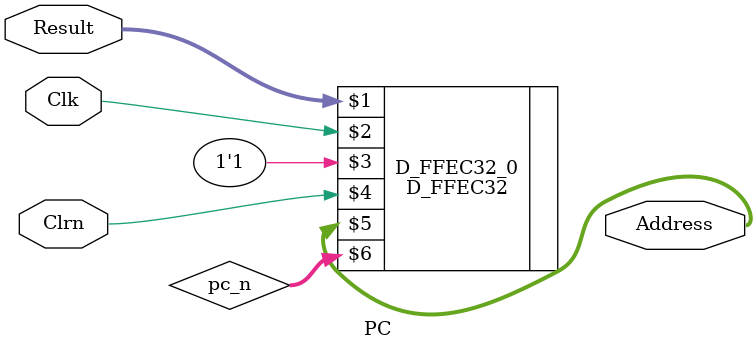
<source format=v>
`timescale 1ns / 1ps

module PC(Clk,Clrn,Result,Address);  
    
    input Clk;//Ê±ÖÓ
    input Clrn;//ÊÇ·ñÖØÖÃµØÖ·¡£0-³õÊ¼»¯PC£¬·ñÔò½ÓÊÜÐÂµØÖ·       
    input[31:0] Result;
    output [31:0] Address;
    wire [31:0] pc_n;
    D_FFEC32 D_FFEC32_0(Result,Clk,1'b1,Clrn,Address,pc_n);
endmodule

</source>
